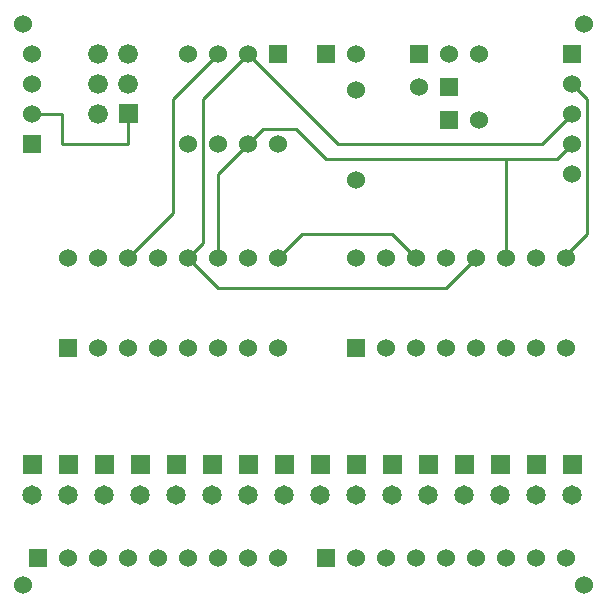
<source format=gbr>
G04 start of page 3 for group 5 idx 5 *
G04 Title: binwatch-mini, bottom *
G04 Creator: pcb 4.0.0 *
G04 CreationDate: Sun Apr 23 22:16:30 2017 UTC *
G04 For: max *
G04 Format: Gerber/RS-274X *
G04 PCB-Dimensions (mm): 50.00 50.00 *
G04 PCB-Coordinate-Origin: lower left *
%MOMM*%
%FSLAX43Y43*%
%LNBOTTOM*%
%ADD33C,0.965*%
%ADD32C,1.168*%
%ADD31C,1.092*%
%ADD30C,0.711*%
%ADD29C,0.889*%
%ADD28C,3.175*%
%ADD27C,1.676*%
%ADD26C,1.651*%
%ADD25C,1.524*%
%ADD24C,0.002*%
%ADD23C,0.254*%
G54D23*X47752Y43650D02*X49022Y42380D01*
Y30950D01*
X47244Y29172D01*
X20320Y46190D02*X16510Y42380D01*
X24384Y39840D02*X21590D01*
X17780Y36030D02*X21590Y39840D01*
X24384D02*X26924Y37300D01*
X27940Y38570D02*X20320Y46190D01*
X17780D02*X13970Y42380D01*
X6096Y38570D02*X4572D01*
Y41110D01*
X2032D01*
X5588Y38570D02*X10160D01*
Y41110D01*
X17780Y36030D02*Y28918D01*
X26924Y37300D02*X46482D01*
X42164Y28918D02*Y37300D01*
X45212Y38570D02*X27940D01*
X46482Y37300D02*X47752Y38570D01*
Y41110D02*X45212Y38570D01*
X32512Y30950D02*X34544Y28918D01*
X24892Y30950D02*X32512D01*
X22860Y28918D02*X24892Y30950D01*
X17780Y26378D02*X37084D01*
X39624Y28918D01*
X16510Y42380D02*Y30188D01*
X13970Y42380D02*Y32728D01*
X16510Y30188D02*X15240Y28918D01*
X13970Y32728D02*X10160Y28918D01*
X15240D02*X17780Y26378D01*
G54D24*G36*
X1270Y39332D02*Y37808D01*
X2794D01*
Y39332D01*
X1270D01*
G37*
G54D25*X2032Y41110D03*
Y43650D03*
Y46190D03*
G54D24*G36*
X1778Y4280D02*Y2756D01*
X3302D01*
Y4280D01*
X1778D01*
G37*
G36*
X19494Y12218D02*Y10566D01*
X21146D01*
Y12218D01*
X19494D01*
G37*
G36*
X13398D02*Y10566D01*
X15050D01*
Y12218D01*
X13398D01*
G37*
G36*
X16446D02*Y10566D01*
X18098D01*
Y12218D01*
X16446D01*
G37*
G54D26*X20320Y8852D03*
X14224D03*
X17272D03*
G54D25*X15240Y3518D03*
X17780D03*
X20320D03*
X22860D03*
G54D24*G36*
X22098Y46952D02*Y45428D01*
X23622D01*
Y46952D01*
X22098D01*
G37*
G54D25*X22860Y38570D03*
X20320Y46190D03*
Y38570D03*
X17780Y46190D03*
X15240D03*
Y38570D03*
X17780D03*
G54D24*G36*
X4318Y22060D02*Y20536D01*
X5842D01*
Y22060D01*
X4318D01*
G37*
G54D25*X7620Y21298D03*
X10160D03*
X12700D03*
X15240D03*
Y28918D03*
X12700D03*
X10160D03*
X7620D03*
X5080D03*
G54D24*G36*
X9322Y41948D02*Y40272D01*
X10998D01*
Y41948D01*
X9322D01*
G37*
G54D27*X7620Y41110D03*
X10160Y43650D03*
X7620D03*
X10160Y46190D03*
X7620D03*
G54D24*G36*
X1206Y12218D02*Y10566D01*
X2858D01*
Y12218D01*
X1206D01*
G37*
G36*
X4254D02*Y10566D01*
X5906D01*
Y12218D01*
X4254D01*
G37*
G36*
X7302D02*Y10566D01*
X8954D01*
Y12218D01*
X7302D01*
G37*
G36*
X10350D02*Y10566D01*
X12002D01*
Y12218D01*
X10350D01*
G37*
G54D26*X2032Y8852D03*
X5080D03*
X8128D03*
X11176D03*
G54D25*X5080Y3518D03*
X7620D03*
X10160D03*
X12700D03*
G54D24*G36*
X46990Y46952D02*Y45428D01*
X48514D01*
Y46952D01*
X46990D01*
G37*
G54D25*X47752Y43650D03*
Y41110D03*
Y38570D03*
Y36030D03*
G54D24*G36*
X34036Y46952D02*Y45428D01*
X35560D01*
Y46952D01*
X34036D01*
G37*
G54D25*X34798Y43396D03*
X37338Y46190D03*
G54D24*G36*
X36576Y44158D02*Y42634D01*
X38100D01*
Y44158D01*
X36576D01*
G37*
G36*
Y41364D02*Y39840D01*
X38100D01*
Y41364D01*
X36576D01*
G37*
G54D25*X39878Y46190D03*
Y40602D03*
G54D24*G36*
X26162Y46952D02*Y45428D01*
X27686D01*
Y46952D01*
X26162D01*
G37*
G54D25*X29464Y46190D03*
Y35522D03*
Y43142D03*
G54D24*G36*
X22542Y12218D02*Y10566D01*
X24194D01*
Y12218D01*
X22542D01*
G37*
G54D26*X23368Y8852D03*
G54D25*X17780Y21298D03*
X20320D03*
X22860D03*
Y28918D03*
X20320D03*
X17780D03*
G54D24*G36*
X28702Y22060D02*Y20536D01*
X30226D01*
Y22060D01*
X28702D01*
G37*
G54D25*X32004Y21298D03*
X34544D03*
X37084D03*
X39624D03*
Y28918D03*
X37084D03*
X34544D03*
X32004D03*
X29464D03*
X42164Y21298D03*
Y28918D03*
X44704Y21298D03*
Y28918D03*
X47244Y21298D03*
Y28918D03*
G54D24*G36*
X25590Y12218D02*Y10566D01*
X27242D01*
Y12218D01*
X25590D01*
G37*
G36*
X28638D02*Y10566D01*
X30290D01*
Y12218D01*
X28638D01*
G37*
G36*
X31686D02*Y10566D01*
X33338D01*
Y12218D01*
X31686D01*
G37*
G36*
X34734D02*Y10566D01*
X36386D01*
Y12218D01*
X34734D01*
G37*
G54D26*X26416Y8852D03*
X29464D03*
X32512D03*
X35560D03*
G54D24*G36*
X26162Y4280D02*Y2756D01*
X27686D01*
Y4280D01*
X26162D01*
G37*
G54D25*X29464Y3518D03*
X32004D03*
G54D24*G36*
X37782Y12218D02*Y10566D01*
X39434D01*
Y12218D01*
X37782D01*
G37*
G36*
X43878D02*Y10566D01*
X45530D01*
Y12218D01*
X43878D01*
G37*
G36*
X46926D02*Y10566D01*
X48578D01*
Y12218D01*
X46926D01*
G37*
G54D26*X38608Y8852D03*
X44704D03*
X47752D03*
G54D24*G36*
X40830Y12218D02*Y10566D01*
X42482D01*
Y12218D01*
X40830D01*
G37*
G54D26*X41656Y8852D03*
G54D25*X34544Y3518D03*
X37084D03*
X39624D03*
X42164D03*
X44704D03*
X47244D03*
X1270Y48730D03*
X48768D03*
Y1232D03*
X1270D03*
G54D28*G54D29*G54D28*G54D29*G54D30*G54D31*G54D30*G54D32*G54D31*G54D30*G54D33*G54D30*G54D31*G54D30*G54D31*G54D30*G54D31*G54D30*M02*

</source>
